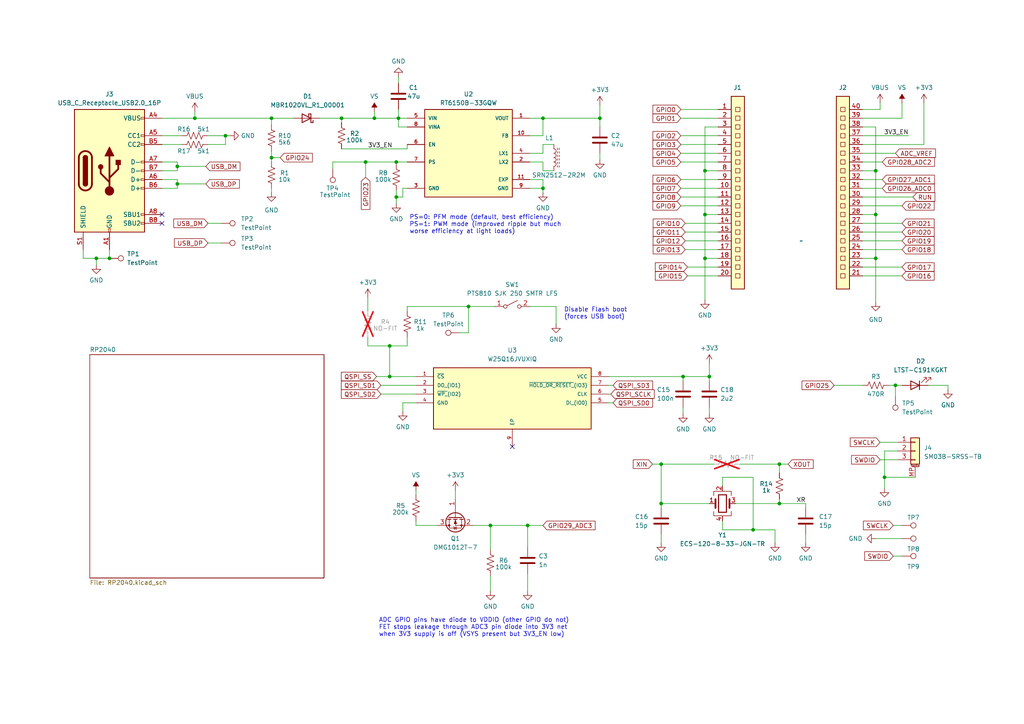
<source format=kicad_sch>
(kicad_sch (version 20231120) (generator "eeschema") (generator_version "8.0")
  (paper "A4")
  (title_block (title "project piCo") (date "2024-08-05") (rev "4") (company "Carlos Sabogal"))
  (lib_symbols
    (symbol "Connector:TestPoint" (pin_numbers hide) (pin_names (offset 0.762) hide)
      (property "Reference" "TP" (at 0 6.858 0))
      (property "Value" "TestPoint" (at 0 5.08 0))
      (symbol "TestPoint_1_1"
        (pin passive line (at 0 0 90) (length 2.54) (name "1") (number "1"))
      )
    )
    (symbol "Connector:USB_C_Receptacle_USB2.0_16P" (pin_names (offset 1.016))
      (property "Reference" "J" (at 0 22.225 0))
      (property "Value" "USB_C_Receptacle_USB2.0_16P" (at 0 19.685 0))
      (symbol "USB_C_Receptacle_USB2.0_16P_1_1"
        (pin passive line (at 0 -22.86 90) (length 5.08) (name "GND") (number "A1"))
        (pin passive line (at 0 -22.86 90) (length 5.08) hide (name "GND") (number "A12"))
        (pin passive line (at 15.24 15.24 180) (length 5.08) (name "VBUS") (number "A4"))
        (pin bidirectional line (at 15.24 10.16 180) (length 5.08) (name "CC1") (number "A5"))
        (pin bidirectional line (at 15.24 -2.54 180) (length 5.08) (name "D+") (number "A6"))
        (pin bidirectional line (at 15.24 2.54 180) (length 5.08) (name "D-") (number "A7"))
        (pin bidirectional line (at 15.24 -12.7 180) (length 5.08) (name "SBU1") (number "A8"))
        (pin passive line (at 15.24 15.24 180) (length 5.08) hide (name "VBUS") (number "A9"))
        (pin passive line (at 0 -22.86 90) (length 5.08) hide (name "GND") (number "B1"))
        (pin passive line (at 0 -22.86 90) (length 5.08) hide (name "GND") (number "B12"))
        (pin passive line (at 15.24 15.24 180) (length 5.08) hide (name "VBUS") (number "B4"))
        (pin bidirectional line (at 15.24 7.62 180) (length 5.08) (name "CC2") (number "B5"))
        (pin bidirectional line (at 15.24 -5.08 180) (length 5.08) (name "D+") (number "B6"))
        (pin bidirectional line (at 15.24 0 180) (length 5.08) (name "D-") (number "B7"))
        (pin bidirectional line (at 15.24 -15.24 180) (length 5.08) (name "SBU2") (number "B8"))
        (pin passive line (at 15.24 15.24 180) (length 5.08) hide (name "VBUS") (number "B9"))
        (pin passive line (at -7.62 -22.86 90) (length 5.08) (name "SHIELD") (number "S1"))
      )
    )
    (symbol "Connector_Generic_MountingPin:Conn_01x03_MountingPin" (pin_names (offset 1.016) hide)
      (property "Reference" "J" (at 0 5.08 0))
      (property "Value" "Conn_01x03_MountingPin" (at 1.27 -5.08 0))
      (symbol "Conn_01x03_MountingPin_1_1"
        (text "Mounting" (at 0 -4.191 0) (effects (font (size 0.381 0.381))))
        (pin passive line (at -5.08 2.54 0) (length 3.81) (name "Pin_1") (number "1"))
        (pin passive line (at -5.08 0 0) (length 3.81) (name "Pin_2") (number "2"))
        (pin passive line (at -5.08 -2.54 0) (length 3.81) (name "Pin_3") (number "3"))
        (pin passive line (at 0 -7.62 90) (length 3.048) (name "MountPin") (number "MP"))
      )
    )
    (symbol "Device:C" (pin_numbers hide) (pin_names (offset 0.254))
      (property "Reference" "C" (at 0.635 2.54 0))
      (property "Value" "C" (at 0.635 -2.54 0))
      (symbol "C_1_1"
        (pin passive line (at 0 3.81 270) (length 2.794) (name "~") (number "1"))
        (pin passive line (at 0 -3.81 90) (length 2.794) (name "~") (number "2"))
      )
    )
    (symbol "Device:Crystal_GND24" (pin_names (offset 1.016) hide)
      (property "Reference" "Y" (at 3.175 5.08 0))
      (property "Value" "Crystal_GND24" (at 3.175 3.175 0))
      (symbol "Crystal_GND24_1_1"
        (pin passive line (at -3.81 0 0) (length 1.27) (name "1") (number "1"))
        (pin passive line (at 0 5.08 270) (length 1.27) (name "2") (number "2"))
        (pin passive line (at 3.81 0 180) (length 1.27) (name "3") (number "3"))
        (pin passive line (at 0 -5.08 90) (length 1.27) (name "4") (number "4"))
      )
    )
    (symbol "Device:D_Schottky" (pin_numbers hide) (pin_names (offset 1.016) hide)
      (property "Reference" "D" (at 0 2.54 0))
      (property "Value" "D_Schottky" (at 0 -2.54 0))
      (symbol "D_Schottky_1_1"
        (pin passive line (at -3.81 0 0) (length 2.54) (name "K") (number "1"))
        (pin passive line (at 3.81 0 180) (length 2.54) (name "A") (number "2"))
      )
    )
    (symbol "Device:LED" (pin_numbers hide) (pin_names (offset 1.016) hide)
      (property "Reference" "D" (at 0 2.54 0))
      (property "Value" "LED" (at 0 -2.54 0))
      (symbol "LED_1_1"
        (pin passive line (at -3.81 0 0) (length 2.54) (name "K") (number "1"))
        (pin passive line (at 3.81 0 180) (length 2.54) (name "A") (number "2"))
      )
    )
    (symbol "Device:L_Ferrite" (pin_numbers hide) (pin_names (offset 1.016) hide)
      (property "Reference" "L" (at -1.27 0 90))
      (property "Value" "L_Ferrite" (at 2.794 0 90))
      (symbol "L_Ferrite_1_1"
        (pin passive line (at 0 3.81 270) (length 1.27) (name "1") (number "1"))
        (pin passive line (at 0 -3.81 90) (length 1.27) (name "2") (number "2"))
      )
    )
    (symbol "Device:Q_NMOS_GSD" (pin_names (offset 0) hide)
      (property "Reference" "Q" (at 5.08 1.27 0))
      (property "Value" "Q_NMOS_GSD" (at 5.08 -1.27 0))
      (symbol "Q_NMOS_GSD_1_1"
        (pin input line (at -5.08 0 0) (length 2.54) (name "G") (number "1"))
        (pin passive line (at 2.54 -5.08 90) (length 2.54) (name "S") (number "2"))
        (pin passive line (at 2.54 5.08 270) (length 2.54) (name "D") (number "3"))
      )
    )
    (symbol "Device:R_US" (pin_numbers hide) (pin_names (offset 0))
      (property "Reference" "R" (at 2.54 0 90))
      (property "Value" "R_US" (at -2.54 0 90))
      (symbol "R_US_1_1"
        (pin passive line (at 0 3.81 270) (length 1.27) (name "~") (number "1"))
        (pin passive line (at 0 -3.81 90) (length 1.27) (name "~") (number "2"))
      )
    )
    (symbol "GND_1" (power) (pin_numbers hide) (pin_names (offset 0) hide)
      (property "Value" "GND" (at 0 -3.81 0))
      (symbol "GND_1_1_1"
        (pin power_in line (at 0 0 270) (length 0) (name "~") (number "1"))
      )
    )
    (symbol "Pico_C:CON_PICO_1-20"
      (property "Reference" "J" (at -13.97 29.21 0))
      (symbol "CON_PICO_1-20_1_1"
        (pin input line (at -20.32 22.86 0) (length 3.81) (name "") (number "1"))
        (pin input line (at -20.32 0 0) (length 3.81) (name "") (number "10"))
        (pin input line (at -20.32 -2.54 0) (length 3.81) (name "") (number "11"))
        (pin input line (at -20.32 -5.08 0) (length 3.81) (name "") (number "12"))
        (pin input line (at -20.32 -7.62 0) (length 3.81) (name "") (number "13"))
        (pin input line (at -20.32 -10.16 0) (length 3.81) (name "") (number "14"))
        (pin input line (at -20.32 -12.7 0) (length 3.81) (name "") (number "15"))
        (pin input line (at -20.32 -15.24 0) (length 3.81) (name "") (number "16"))
        (pin input line (at -20.32 -17.78 0) (length 3.81) (name "") (number "17"))
        (pin input line (at -20.32 -20.32 0) (length 3.81) (name "") (number "18"))
        (pin input line (at -20.32 -22.86 0) (length 3.81) (name "") (number "19"))
        (pin input line (at -20.32 20.32 0) (length 3.81) (name "") (number "2"))
        (pin input line (at -20.32 -25.4 0) (length 3.81) (name "") (number "20"))
        (pin input line (at -20.32 17.78 0) (length 3.81) (name "") (number "3"))
        (pin input line (at -20.32 15.24 0) (length 3.81) (name "") (number "4"))
        (pin input line (at -20.32 12.7 0) (length 3.81) (name "") (number "5"))
        (pin input line (at -20.32 10.16 0) (length 3.81) (name "") (number "6"))
        (pin input line (at -20.32 7.62 0) (length 3.81) (name "") (number "7"))
        (pin input line (at -20.32 5.08 0) (length 3.81) (name "") (number "8"))
        (pin input line (at -20.32 2.54 0) (length 3.81) (name "") (number "9"))
      )
    )
    (symbol "Pico_C:CON_PICO_21-40"
      (property "Reference" "J" (at 13.97 29.21 0))
      (symbol "CON_PICO_21-40_1_1"
        (pin input line (at 21.59 -25.4 180) (length 3.81) (name "") (number "21"))
        (pin input line (at 21.59 -22.86 180) (length 3.81) (name "") (number "22"))
        (pin input line (at 21.59 -20.32 180) (length 3.81) (name "") (number "23"))
        (pin input line (at 21.59 -17.78 180) (length 3.81) (name "") (number "24"))
        (pin input line (at 21.59 -15.24 180) (length 3.81) (name "") (number "25"))
        (pin input line (at 21.59 -12.7 180) (length 3.81) (name "") (number "26"))
        (pin input line (at 21.59 -10.16 180) (length 3.81) (name "") (number "27"))
        (pin input line (at 21.59 -7.62 180) (length 3.81) (name "") (number "28"))
        (pin input line (at 21.59 -5.08 180) (length 3.81) (name "") (number "29"))
        (pin input line (at 21.59 -2.54 180) (length 3.81) (name "") (number "30"))
        (pin input line (at 21.59 0 180) (length 3.81) (name "") (number "31"))
        (pin input line (at 21.59 2.54 180) (length 3.81) (name "") (number "32"))
        (pin input line (at 21.59 5.08 180) (length 3.81) (name "") (number "33"))
        (pin input line (at 21.59 7.62 180) (length 3.81) (name "") (number "34"))
        (pin input line (at 21.59 10.16 180) (length 3.81) (name "") (number "35"))
        (pin input line (at 21.59 12.7 180) (length 3.81) (name "") (number "36"))
        (pin input line (at 21.59 15.24 180) (length 3.81) (name "") (number "37"))
        (pin input line (at 21.59 17.78 180) (length 3.81) (name "") (number "38"))
        (pin input line (at 21.59 20.32 180) (length 3.81) (name "") (number "39"))
        (pin input line (at 21.59 22.86 180) (length 3.81) (name "") (number "40"))
      )
    )
    (symbol "Pico_C:RT6150B-33GQW" (pin_names (offset 1.016))
      (property "Reference" "U" (at -12.7 13.208 0))
      (property "Value" "RT6150B-33GQW" (at -12.7 -15.24 0))
      (symbol "RT6150B-33GQW_0_0"
        (pin output line (at 17.78 10.16 180) (length 5.08) (name "VOUT") (number "1"))
        (pin input line (at 17.78 5.08 180) (length 5.08) (name "FB") (number "10"))
        (pin power_in line (at 17.78 -7.62 180) (length 5.08) (name "EXP") (number "11"))
        (pin passive line (at 17.78 -2.54 180) (length 5.08) (name "LX2") (number "2"))
        (pin power_in line (at -17.78 -10.16 0) (length 5.08) (name "GND") (number "3"))
        (pin passive line (at 17.78 0 180) (length 5.08) (name "LX1") (number "4"))
        (pin input line (at -17.78 10.16 0) (length 5.08) (name "VIN") (number "5"))
        (pin input line (at -17.78 2.54 0) (length 5.08) (name "EN") (number "6"))
        (pin input line (at -17.78 -2.54 0) (length 5.08) (name "PS") (number "7"))
        (pin input line (at -17.78 7.62 0) (length 5.08) (name "VINA") (number "8"))
        (pin power_in line (at 17.78 -10.16 180) (length 5.08) (name "GND") (number "9"))
      )
    )
    (symbol "Pico_C:W25Q16JVUXIQ" (pin_names (offset 1.016))
      (property "Reference" "U" (at 52.07 7.62 0))
      (property "Value" "W25Q16JVUXIQ" (at 52.07 5.08 0))
      (symbol "W25Q16JVUXIQ_0_0"
        (pin bidirectional line (at 0 0 0) (length 5.08) (name "~{CS}") (number "1"))
        (pin bidirectional line (at 0 -2.54 0) (length 5.08) (name "DO_(IO1)") (number "2"))
        (pin bidirectional line (at 0 -5.08 0) (length 5.08) (name "~{WP_}(IO2)") (number "3"))
        (pin bidirectional line (at 0 -7.62 0) (length 5.08) (name "GND") (number "4"))
        (pin bidirectional line (at 55.88 -7.62 180) (length 5.08) (name "DI_(IO0)") (number "5"))
        (pin bidirectional line (at 55.88 -5.08 180) (length 5.08) (name "CLK") (number "6"))
        (pin bidirectional line (at 55.88 -2.54 180) (length 5.08) (name "~{HOLD_OR_RESET_}(IO3)") (number "7"))
        (pin bidirectional line (at 55.88 0 180) (length 5.08) (name "VCC") (number "8"))
        (pin bidirectional line (at 27.94 -20.32 90) (length 5.08) (name "EP") (number "9"))
      )
    )
    (symbol "Switch:SW_SPST" (pin_names (offset 0) hide)
      (property "Reference" "SW" (at 0 3.175 0))
      (property "Value" "SW_SPST" (at 0 -2.54 0))
      (symbol "SW_SPST_1_1"
        (pin passive line (at -5.08 0 0) (length 2.54) (name "A") (number "1"))
        (pin passive line (at 5.08 0 180) (length 2.54) (name "B") (number "2"))
      )
    )
    (symbol "power:+3V3" (power) (pin_names (offset 0))
      (property "Value" "+3V3" (at 0 3.556 0))
      (symbol "+3V3_1_1"
        (pin power_in line (at 0 0 90) (length 0) hide (name "+3V3") (number "1"))
      )
    )
    (symbol "power:GND" (power) (pin_names (offset 0))
      (property "Value" "GND" (at 0 -3.81 0))
      (symbol "GND_1_1"
        (pin power_in line (at 0 0 270) (length 0) hide (name "GND") (number "1"))
      )
    )
    (symbol "power:VBUS" (power) (pin_names (offset 0))
      (property "Value" "VBUS" (at 0 3.81 0))
      (symbol "VBUS_1_1"
        (pin power_in line (at 0 0 90) (length 0) hide (name "VBUS") (number "1"))
      )
    )
    (symbol "power:VS" (power) (pin_names (offset 0))
      (property "Value" "VS" (at 0 3.81 0))
      (symbol "VS_1_1"
        (pin power_in line (at 0 0 90) (length 0) hide (name "VS") (number "1"))
      )
    )
  )
  (junction (at 254 74.93))
  (junction (at 254 49.53))
  (junction (at 191.77 134.62))
  (junction (at 204.47 49.53))
  (junction (at 51.435 48.26))
  (junction (at 259.715 111.76))
  (junction (at 198.12 109.22))
  (junction (at 78.74 34.29))
  (junction (at 226.06 146.05))
  (junction (at 254 62.23))
  (junction (at 115.57 34.29))
  (junction (at 256.54 138.43))
  (junction (at 157.48 54.61))
  (junction (at 114.935 57.15))
  (junction (at 135.89 88.9))
  (junction (at 142.24 152.4))
  (junction (at 113.03 100.33))
  (junction (at 27.94 74.93))
  (junction (at 226.06 134.62))
  (junction (at 204.47 74.93))
  (junction (at 113.03 109.22))
  (junction (at 157.48 34.29))
  (junction (at 218.44 153.67))
  (junction (at 108.585 34.29))
  (junction (at 153.035 152.4))
  (junction (at 173.99 34.29))
  (junction (at 56.515 34.29))
  (junction (at 99.06 34.29))
  (junction (at 31.75 74.93))
  (junction (at 106.045 46.99))
  (junction (at 205.74 109.22))
  (junction (at 65.405 39.37))
  (junction (at 114.935 46.99))
  (junction (at 78.74 45.72))
  (junction (at 204.47 62.23))
  (junction (at 51.435 53.34))
  (junction (at 191.77 146.05))
  (no_connect (at 46.99 64.77))
  (no_connect (at 46.99 62.23))
  (no_connect (at 148.59 129.54))
  (wire (pts (xy 153.035 152.4) (xy 142.24 152.4)))
  (wire (pts (xy 96.52 46.99) (xy 96.52 48.895)))
  (wire (pts (xy 254 156.21) (xy 261.62 156.21)))
  (wire (pts (xy 250.19 67.31) (xy 261.62 67.31)))
  (wire (pts (xy 110.49 111.76) (xy 120.65 111.76)))
  (wire (pts (xy 198.12 120.015) (xy 198.12 118.11)))
  (wire (pts (xy 250.19 41.91) (xy 267.97 41.91)))
  (wire (pts (xy 132.08 144.78) (xy 132.08 142.24)))
  (wire (pts (xy 114.935 46.99) (xy 118.11 46.99)))
  (wire (pts (xy 51.435 54.61) (xy 46.99 54.61)))
  (wire (pts (xy 255.905 54.61) (xy 250.19 54.61)))
  (wire (pts (xy 250.19 62.23) (xy 254 62.23)))
  (wire (pts (xy 157.48 152.4) (xy 153.035 152.4)))
  (wire (pts (xy 197.485 31.75) (xy 208.28 31.75)))
  (wire (pts (xy 106.045 51.435) (xy 106.045 46.99)))
  (wire (pts (xy 51.435 54.61) (xy 51.435 53.34)))
  (wire (pts (xy 191.77 154.94) (xy 191.77 157.48)))
  (wire (pts (xy 250.19 77.47) (xy 261.62 77.47)))
  (wire (pts (xy 78.74 36.195) (xy 78.74 34.29)))
  (wire (pts (xy 254 62.23) (xy 254 74.93)))
  (wire (pts (xy 24.13 74.93) (xy 27.94 74.93)))
  (wire (pts (xy 110.49 114.3) (xy 120.65 114.3)))
  (wire (pts (xy 256.54 138.43) (xy 265.43 138.43)))
  (wire (pts (xy 259.715 114.935) (xy 259.715 111.76)))
  (wire (pts (xy 51.435 52.07) (xy 51.435 53.34)))
  (wire (pts (xy 99.06 43.18) (xy 118.11 43.18)))
  (wire (pts (xy 157.48 49.53) (xy 157.48 46.99)))
  (wire (pts (xy 157.48 54.61) (xy 153.67 54.61)))
  (wire (pts (xy 199.39 80.01) (xy 208.28 80.01)))
  (wire (pts (xy 27.94 74.93) (xy 31.75 74.93)))
  (wire (pts (xy 115.57 36.83) (xy 118.11 36.83)))
  (wire (pts (xy 157.48 41.91) (xy 160.655 41.91)))
  (wire (pts (xy 106.68 86.36) (xy 106.68 90.17)))
  (wire (pts (xy 108.585 34.29) (xy 115.57 34.29)))
  (wire (pts (xy 157.48 46.99) (xy 153.67 46.99)))
  (wire (pts (xy 226.06 134.62) (xy 226.06 137.16)))
  (wire (pts (xy 116.84 57.15) (xy 114.935 57.15)))
  (wire (pts (xy 120.65 152.4) (xy 127 152.4)))
  (wire (pts (xy 173.99 34.29) (xy 173.99 36.83)))
  (wire (pts (xy 205.74 105.41) (xy 205.74 109.22)))
  (wire (pts (xy 254 49.53) (xy 254 62.23)))
  (wire (pts (xy 109.22 109.22) (xy 113.03 109.22)))
  (wire (pts (xy 118.11 88.9) (xy 135.89 88.9)))
  (wire (pts (xy 226.06 146.05) (xy 233.68 146.05)))
  (wire (pts (xy 120.65 142.24) (xy 120.65 143.51)))
  (wire (pts (xy 118.11 54.61) (xy 116.84 54.61)))
  (wire (pts (xy 177.165 114.3) (xy 176.53 114.3)))
  (wire (pts (xy 209.55 140.97) (xy 209.55 138.43)))
  (wire (pts (xy 199.39 77.47) (xy 208.28 77.47)))
  (wire (pts (xy 261.62 152.4) (xy 259.08 152.4)))
  (wire (pts (xy 260.35 130.81) (xy 256.54 130.81)))
  (wire (pts (xy 250.19 72.39) (xy 261.62 72.39)))
  (wire (pts (xy 46.99 41.91) (xy 52.705 41.91)))
  (wire (pts (xy 197.485 44.45) (xy 208.28 44.45)))
  (wire (pts (xy 226.06 144.78) (xy 226.06 146.05)))
  (wire (pts (xy 173.99 30.48) (xy 173.99 34.29)))
  (wire (pts (xy 191.77 146.05) (xy 191.77 147.32)))
  (wire (pts (xy 191.77 134.62) (xy 207.01 134.62)))
  (wire (pts (xy 161.29 88.9) (xy 161.29 93.98)))
  (wire (pts (xy 204.47 49.53) (xy 204.47 62.23)))
  (wire (pts (xy 256.54 138.43) (xy 256.54 141.605)))
  (wire (pts (xy 250.19 57.15) (xy 264.795 57.15)))
  (wire (pts (xy 267.97 41.91) (xy 267.97 29.845)))
  (wire (pts (xy 157.48 52.07) (xy 157.48 54.61)))
  (wire (pts (xy 120.65 151.13) (xy 120.65 152.4)))
  (wire (pts (xy 218.44 138.43) (xy 218.44 153.67)))
  (wire (pts (xy 115.57 34.29) (xy 115.57 31.75)))
  (wire (pts (xy 204.47 62.23) (xy 204.47 74.93)))
  (wire (pts (xy 160.655 49.53) (xy 157.48 49.53)))
  (wire (pts (xy 177.8 116.84) (xy 176.53 116.84)))
  (wire (pts (xy 250.19 59.69) (xy 261.62 59.69)))
  (wire (pts (xy 254 36.83) (xy 254 49.53)))
  (wire (pts (xy 64.135 70.485) (xy 60.325 70.485)))
  (wire (pts (xy 99.06 34.29) (xy 108.585 34.29)))
  (wire (pts (xy 24.13 72.39) (xy 24.13 74.93)))
  (wire (pts (xy 157.48 34.29) (xy 157.48 39.37)))
  (wire (pts (xy 197.485 34.29) (xy 208.28 34.29)))
  (wire (pts (xy 197.485 57.15) (xy 208.28 57.15)))
  (wire (pts (xy 208.28 74.93) (xy 204.47 74.93)))
  (wire (pts (xy 59.69 48.26) (xy 51.435 48.26)))
  (wire (pts (xy 250.19 69.85) (xy 261.62 69.85)))
  (wire (pts (xy 226.06 134.62) (xy 228.6 134.62)))
  (wire (pts (xy 46.99 34.29) (xy 56.515 34.29)))
  (wire (pts (xy 142.24 152.4) (xy 142.24 159.385)))
  (wire (pts (xy 64.135 64.77) (xy 60.325 64.77)))
  (wire (pts (xy 157.48 34.29) (xy 173.99 34.29)))
  (wire (pts (xy 118.11 43.18) (xy 118.11 41.91)))
  (wire (pts (xy 78.74 55.88) (xy 78.74 54.61)))
  (wire (pts (xy 27.94 76.835) (xy 27.94 74.93)))
  (wire (pts (xy 250.19 34.29) (xy 261.62 34.29)))
  (wire (pts (xy 224.79 153.67) (xy 224.79 157.48)))
  (wire (pts (xy 197.485 54.61) (xy 208.28 54.61)))
  (wire (pts (xy 198.755 67.31) (xy 208.28 67.31)))
  (wire (pts (xy 153.035 158.75) (xy 153.035 152.4)))
  (wire (pts (xy 205.74 120.015) (xy 205.74 118.11)))
  (wire (pts (xy 118.11 100.33) (xy 118.11 97.79)))
  (wire (pts (xy 114.935 46.99) (xy 114.935 47.625)))
  (wire (pts (xy 197.485 59.69) (xy 208.28 59.69)))
  (wire (pts (xy 46.99 39.37) (xy 52.705 39.37)))
  (wire (pts (xy 114.935 55.245) (xy 114.935 57.15)))
  (wire (pts (xy 118.11 88.9) (xy 118.11 90.17)))
  (wire (pts (xy 198.12 109.22) (xy 198.12 110.49)))
  (wire (pts (xy 263.525 39.37) (xy 250.19 39.37)))
  (wire (pts (xy 261.62 161.29) (xy 259.08 161.29)))
  (wire (pts (xy 250.19 31.75) (xy 255.27 31.75)))
  (wire (pts (xy 197.485 39.37) (xy 208.28 39.37)))
  (wire (pts (xy 209.55 138.43) (xy 218.44 138.43)))
  (wire (pts (xy 250.19 36.83) (xy 254 36.83)))
  (wire (pts (xy 115.57 34.29) (xy 118.11 34.29)))
  (wire (pts (xy 31.75 74.93) (xy 31.75 72.39)))
  (wire (pts (xy 250.19 64.77) (xy 261.62 64.77)))
  (wire (pts (xy 157.48 55.88) (xy 157.48 54.61)))
  (wire (pts (xy 233.68 157.48) (xy 233.68 154.94)))
  (wire (pts (xy 197.485 41.91) (xy 208.28 41.91)))
  (wire (pts (xy 209.55 153.67) (xy 209.55 151.13)))
  (wire (pts (xy 226.06 134.62) (xy 214.63 134.62)))
  (wire (pts (xy 259.715 111.76) (xy 261.62 111.76)))
  (wire (pts (xy 142.24 152.4) (xy 137.16 152.4)))
  (wire (pts (xy 81.28 45.72) (xy 78.74 45.72)))
  (wire (pts (xy 153.67 88.9) (xy 161.29 88.9)))
  (wire (pts (xy 153.67 39.37) (xy 157.48 39.37)))
  (wire (pts (xy 213.36 146.05) (xy 226.06 146.05)))
  (wire (pts (xy 208.28 62.23) (xy 204.47 62.23)))
  (wire (pts (xy 106.045 46.99) (xy 114.935 46.99)))
  (wire (pts (xy 191.77 134.62) (xy 191.77 146.05)))
  (wire (pts (xy 113.03 100.33) (xy 113.03 109.22)))
  (wire (pts (xy 259.715 44.45) (xy 250.19 44.45)))
  (wire (pts (xy 208.28 36.83) (xy 204.47 36.83)))
  (wire (pts (xy 218.44 153.67) (xy 224.79 153.67)))
  (wire (pts (xy 250.19 74.93) (xy 254 74.93)))
  (wire (pts (xy 255.27 133.35) (xy 260.35 133.35)))
  (wire (pts (xy 189.23 134.62) (xy 191.77 134.62)))
  (wire (pts (xy 56.515 34.29) (xy 78.74 34.29)))
  (wire (pts (xy 106.68 100.33) (xy 113.03 100.33)))
  (wire (pts (xy 116.84 116.84) (xy 120.65 116.84)))
  (wire (pts (xy 153.67 34.29) (xy 157.48 34.29)))
  (wire (pts (xy 92.71 34.29) (xy 99.06 34.29)))
  (wire (pts (xy 108.585 32.385) (xy 108.585 34.29)))
  (wire (pts (xy 51.435 46.99) (xy 51.435 48.26)))
  (wire (pts (xy 233.68 146.05) (xy 233.68 147.32)))
  (wire (pts (xy 198.12 109.22) (xy 205.74 109.22)))
  (wire (pts (xy 204.47 36.83) (xy 204.47 49.53)))
  (wire (pts (xy 255.905 46.99) (xy 250.19 46.99)))
  (wire (pts (xy 198.755 72.39) (xy 208.28 72.39)))
  (wire (pts (xy 135.89 88.9) (xy 135.89 96.52)))
  (wire (pts (xy 113.03 109.22) (xy 120.65 109.22)))
  (wire (pts (xy 191.77 146.05) (xy 205.74 146.05)))
  (wire (pts (xy 256.54 130.81) (xy 256.54 138.43)))
  (wire (pts (xy 255.27 29.845) (xy 255.27 31.75)))
  (wire (pts (xy 274.955 111.76) (xy 274.955 113.03)))
  (wire (pts (xy 115.57 22.225) (xy 115.57 24.13)))
  (wire (pts (xy 56.515 32.385) (xy 56.515 34.29)))
  (wire (pts (xy 173.99 46.355) (xy 173.99 44.45)))
  (wire (pts (xy 255.27 128.27) (xy 260.35 128.27)))
  (wire (pts (xy 135.89 88.9) (xy 143.51 88.9)))
  (wire (pts (xy 96.52 46.99) (xy 106.045 46.99)))
  (wire (pts (xy 46.99 52.07) (xy 51.435 52.07)))
  (wire (pts (xy 66.675 39.37) (xy 65.405 39.37)))
  (wire (pts (xy 177.8 111.76) (xy 176.53 111.76)))
  (wire (pts (xy 78.74 34.29) (xy 85.09 34.29)))
  (wire (pts (xy 255.905 52.07) (xy 250.19 52.07)))
  (wire (pts (xy 65.405 39.37) (xy 65.405 41.91)))
  (wire (pts (xy 135.89 96.52) (xy 133.35 96.52)))
  (wire (pts (xy 78.74 45.72) (xy 78.74 46.99)))
  (wire (pts (xy 261.62 29.845) (xy 261.62 34.29)))
  (wire (pts (xy 46.99 46.99) (xy 51.435 46.99)))
  (wire (pts (xy 65.405 41.91) (xy 60.325 41.91)))
  (wire (pts (xy 106.68 97.79) (xy 106.68 100.33)))
  (wire (pts (xy 198.755 64.77) (xy 208.28 64.77)))
  (wire (pts (xy 250.19 49.53) (xy 254 49.53)))
  (wire (pts (xy 113.03 100.33) (xy 118.11 100.33)))
  (wire (pts (xy 205.74 110.49) (xy 205.74 109.22)))
  (wire (pts (xy 115.57 34.29) (xy 115.57 36.83)))
  (wire (pts (xy 153.67 44.45) (xy 157.48 44.45)))
  (wire (pts (xy 254 74.93) (xy 254 87.63)))
  (wire (pts (xy 116.84 54.61) (xy 116.84 57.15)))
  (wire (pts (xy 198.755 69.85) (xy 208.28 69.85)))
  (wire (pts (xy 204.47 86.995) (xy 204.47 74.93)))
  (wire (pts (xy 78.74 43.815) (xy 78.74 45.72)))
  (wire (pts (xy 157.48 44.45) (xy 157.48 41.91)))
  (wire (pts (xy 153.67 52.07) (xy 157.48 52.07)))
  (wire (pts (xy 51.435 48.26) (xy 51.435 49.53)))
  (wire (pts (xy 197.485 46.99) (xy 208.28 46.99)))
  (wire (pts (xy 114.935 57.15) (xy 114.935 59.055)))
  (wire (pts (xy 204.47 49.53) (xy 208.28 49.53)))
  (wire (pts (xy 269.24 111.76) (xy 274.955 111.76)))
  (wire (pts (xy 241.935 111.76) (xy 250.19 111.76)))
  (wire (pts (xy 257.81 111.76) (xy 259.715 111.76)))
  (wire (pts (xy 153.035 166.37) (xy 153.035 171.45)))
  (wire (pts (xy 176.53 109.22) (xy 198.12 109.22)))
  (wire (pts (xy 99.06 34.29) (xy 99.06 35.56)))
  (wire (pts (xy 59.69 53.34) (xy 51.435 53.34)))
  (wire (pts (xy 60.325 39.37) (xy 65.405 39.37)))
  (wire (pts (xy 209.55 153.67) (xy 218.44 153.67)))
  (wire (pts (xy 250.19 80.01) (xy 261.62 80.01)))
  (wire (pts (xy 142.24 167.005) (xy 142.24 171.45)))
  (wire (pts (xy 197.485 52.07) (xy 208.28 52.07)))
  (wire (pts (xy 51.435 49.53) (xy 46.99 49.53)))
  (wire (pts (xy 116.84 119.38) (xy 116.84 116.84)))
  (text "PS=0: PFM mode (default, best efficiency)\nPS=1: PWM mode (improved ripple but much\nworse efficiency at light loads)" (at 118.745 67.945 0) (effects (font (size 1.27 1.27)) (justify left bottom)))
  (text "ADC GPIO pins have diode to VDDIO (other GPIO do not)\nFET stops leakage through ADC3 pin diode into 3V3 net\nwhen 3V3 supply is off (VSYS present but 3V3_EN low)" (at 109.855 184.785 0) (effects (font (size 1.27 1.27)) (justify left bottom)))
  (text "Disable Flash boot\n(forces USB boot)" (at 163.576 92.71 0) (effects (font (size 1.27 1.27)) (justify left bottom)))
  (label "XR" (at 233.68 146.05 180))
  (label "3V3_EN" (at 106.68 43.18 0))
  (label "3V3_EN" (at 263.525 39.37 180))
  (global_label "GPIO11" (shape input) (at 198.755 67.31 180) (property "Intersheetrefs" "${INTERSHEET_REFS}" (effects (hide yes))))
  (global_label "SWCLK" (shape input) (at 255.27 128.27 180) (property "Intersheetrefs" "${INTERSHEET_REFS}" (effects (hide yes))))
  (global_label "QSPI_SD1" (shape input) (at 110.49 111.76 180) (property "Intersheetrefs" "${INTERSHEET_REFS}" (effects (hide yes))))
  (global_label "GPIO8" (shape input) (at 197.485 57.15 180) (property "Intersheetrefs" "${INTERSHEET_REFS}" (effects (hide yes))))
  (global_label "GPIO7" (shape input) (at 197.485 54.61 180) (property "Intersheetrefs" "${INTERSHEET_REFS}" (effects (hide yes))))
  (global_label "GPIO12" (shape input) (at 198.755 69.85 180) (property "Intersheetrefs" "${INTERSHEET_REFS}" (effects (hide yes))))
  (global_label "USB_DM" (shape input) (at 60.325 64.77 180) (property "Intersheetrefs" "${INTERSHEET_REFS}" (effects (hide yes))))
  (global_label "XOUT" (shape input) (at 228.6 134.62 0) (property "Intersheetrefs" "${INTERSHEET_REFS}" (effects (hide yes))))
  (global_label "SWDIO" (shape input) (at 255.27 133.35 180) (property "Intersheetrefs" "${INTERSHEET_REFS}" (effects (hide yes))))
  (global_label "RUN" (shape input) (at 264.795 57.15 0) (property "Intersheetrefs" "${INTERSHEET_REFS}" (effects (hide yes))))
  (global_label "QSPI_SCLK" (shape input) (at 177.165 114.3 0) (property "Intersheetrefs" "${INTERSHEET_REFS}" (effects (hide yes))))
  (global_label "USB_DM" (shape input) (at 59.69 48.26 0) (property "Intersheetrefs" "${INTERSHEET_REFS}" (effects (hide yes))))
  (global_label "USB_DP" (shape input) (at 59.69 53.34 0) (property "Intersheetrefs" "${INTERSHEET_REFS}" (effects (hide yes))))
  (global_label "GPIO13" (shape input) (at 198.755 72.39 180) (property "Intersheetrefs" "${INTERSHEET_REFS}" (effects (hide yes))))
  (global_label "GPIO2" (shape input) (at 197.485 39.37 180) (property "Intersheetrefs" "${INTERSHEET_REFS}" (effects (hide yes))))
  (global_label "SWDIO" (shape input) (at 259.08 161.29 180) (property "Intersheetrefs" "${INTERSHEET_REFS}" (effects (hide yes))))
  (global_label "SWCLK" (shape input) (at 259.08 152.4 180) (property "Intersheetrefs" "${INTERSHEET_REFS}" (effects (hide yes))))
  (global_label "USB_DP" (shape input) (at 60.325 70.485 180) (property "Intersheetrefs" "${INTERSHEET_REFS}" (effects (hide yes))))
  (global_label "GPIO5" (shape input) (at 197.485 46.99 180) (property "Intersheetrefs" "${INTERSHEET_REFS}" (effects (hide yes))))
  (global_label "GPIO18" (shape input) (at 261.62 72.39 0) (property "Intersheetrefs" "${INTERSHEET_REFS}" (effects (hide yes))))
  (global_label "QSPI_SD2" (shape input) (at 110.49 114.3 180) (property "Intersheetrefs" "${INTERSHEET_REFS}" (effects (hide yes))))
  (global_label "GPIO27_ADC1" (shape input) (at 255.905 52.07 0) (property "Intersheetrefs" "${INTERSHEET_REFS}" (effects (hide yes))))
  (global_label "GPIO14" (shape input) (at 199.39 77.47 180) (property "Intersheetrefs" "${INTERSHEET_REFS}" (effects (hide yes))))
  (global_label "GPIO3" (shape input) (at 197.485 41.91 180) (property "Intersheetrefs" "${INTERSHEET_REFS}" (effects (hide yes))))
  (global_label "GPIO23" (shape input) (at 106.045 51.435 270) (property "Intersheetrefs" "${INTERSHEET_REFS}" (effects (hide yes))))
  (global_label "GPIO16" (shape input) (at 261.62 80.01 0) (property "Intersheetrefs" "${INTERSHEET_REFS}" (effects (hide yes))))
  (global_label "GPIO29_ADC3" (shape input) (at 157.48 152.4 0) (property "Intersheetrefs" "${INTERSHEET_REFS}" (effects (hide yes))))
  (global_label "GPIO15" (shape input) (at 199.39 80.01 180) (property "Intersheetrefs" "${INTERSHEET_REFS}" (effects (hide yes))))
  (global_label "GPIO20" (shape input) (at 261.62 67.31 0) (property "Intersheetrefs" "${INTERSHEET_REFS}" (effects (hide yes))))
  (global_label "QSPI_SD3" (shape input) (at 177.8 111.76 0) (property "Intersheetrefs" "${INTERSHEET_REFS}" (effects (hide yes))))
  (global_label "ADC_VREF" (shape input) (at 259.715 44.45 0) (property "Intersheetrefs" "${INTERSHEET_REFS}" (effects (hide yes))))
  (global_label "GPIO21" (shape input) (at 261.62 64.77 0) (property "Intersheetrefs" "${INTERSHEET_REFS}" (effects (hide yes))))
  (global_label "QSPI_SD0" (shape input) (at 177.8 116.84 0) (property "Intersheetrefs" "${INTERSHEET_REFS}" (effects (hide yes))))
  (global_label "GPIO17" (shape input) (at 261.62 77.47 0) (property "Intersheetrefs" "${INTERSHEET_REFS}" (effects (hide yes))))
  (global_label "GPIO0" (shape input) (at 197.485 31.75 180) (property "Intersheetrefs" "${INTERSHEET_REFS}" (effects (hide yes))))
  (global_label "GPIO6" (shape input) (at 197.485 52.07 180) (property "Intersheetrefs" "${INTERSHEET_REFS}" (effects (hide yes))))
  (global_label "GPIO4" (shape input) (at 197.485 44.45 180) (property "Intersheetrefs" "${INTERSHEET_REFS}" (effects (hide yes))))
  (global_label "GPIO1" (shape input) (at 197.485 34.29 180) (property "Intersheetrefs" "${INTERSHEET_REFS}" (effects (hide yes))))
  (global_label "GPIO9" (shape input) (at 197.485 59.69 180) (property "Intersheetrefs" "${INTERSHEET_REFS}" (effects (hide yes))))
  (global_label "QSPI_SS" (shape input) (at 109.22 109.22 180) (property "Intersheetrefs" "${INTERSHEET_REFS}" (effects (hide yes))))
  (global_label "GPIO19" (shape input) (at 261.62 69.85 0) (property "Intersheetrefs" "${INTERSHEET_REFS}" (effects (hide yes))))
  (global_label "GPIO28_ADC2" (shape input) (at 255.905 46.99 0) (property "Intersheetrefs" "${INTERSHEET_REFS}" (effects (hide yes))))
  (global_label "GPIO10" (shape input) (at 198.755 64.77 180) (property "Intersheetrefs" "${INTERSHEET_REFS}" (effects (hide yes))))
  (global_label "GPIO25" (shape input) (at 241.935 111.76 180) (property "Intersheetrefs" "${INTERSHEET_REFS}" (effects (hide yes))))
  (global_label "XIN" (shape input) (at 189.23 134.62 180) (property "Intersheetrefs" "${INTERSHEET_REFS}" (effects (hide yes))))
  (global_label "GPIO22" (shape input) (at 261.62 59.69 0) (property "Intersheetrefs" "${INTERSHEET_REFS}" (effects (hide yes))))
  (global_label "GPIO26_ADC0" (shape input) (at 255.905 54.61 0) (property "Intersheetrefs" "${INTERSHEET_REFS}" (effects (hide yes))))
  (global_label "GPIO24" (shape input) (at 81.28 45.72 0) (property "Intersheetrefs" "${INTERSHEET_REFS}" (effects (hide yes))))
  (symbol (lib_id "power:VBUS") (at 255.27 29.845 0) (unit 1)
    (property "Reference" "#PWR023" (effects (hide yes)))
    (property "Value" "VBUS" (at 255.27 25.4 0))
  )
  (symbol (lib_id "Connector:TestPoint") (at 261.62 156.21 270) (unit 1)
    (property "Reference" "TP8" (at 264.922 159.258 90))
    (property "Value" "TestPoint" (effects (hide yes)))
    (property "Footprint" "TestPoint:TestPoint_Pad_1.5x1.5mm" (effects (hide yes)))
  )
  (symbol (lib_id "power:+3V3") (at 132.08 142.24 0) (unit 1)
    (property "Reference" "#PWR026" (effects (hide yes)))
    (property "Value" "+3V3" (at 132.08 137.795 0))
  )
  (symbol (lib_id "Device:R_US") (at 99.06 39.37 180) (unit 1)
    (property "Reference" "R2" (at 102.87 38.735 0))
    (property "Value" "100k" (at 102.87 40.64 0))
    (property "Footprint" "Resistor_SMD:R_0402_1005Metric" (effects (hide yes)))
  )
  (symbol (lib_id "power:GND") (at 205.74 120.015 0) (unit 1)
    (property "Reference" "#PWR016" (effects (hide yes)))
    (property "Value" "GND" (at 205.74 124.46 0))
  )
  (symbol (lib_id "Switch:SW_SPST") (at 148.59 88.9 0) (unit 1)
    (property "Reference" "SW1" (at 148.59 82.55 0))
    (property "Value" "PTS810 SJK 250 SMTR LFS" (at 148.59 85.09 0))
    (property "Footprint" "Button_Switch_SMD:SW_SPST_PTS810" (effects (hide yes)))
    (property "Datasheet" "https://www.ckswitches.com/media/1476/pts810.pdf" (effects (hide yes)))
    (property "Description" "Single Pole Single Throw (SPST) switch" (effects (hide yes)))
  )
  (symbol (lib_id "Device:C") (at 191.77 151.13 0) (unit 1)
    (property "Reference" "C16" (at 184.15 149.86 0) (effects (justify left)))
    (property "Value" "15p" (at 184.15 152.4 0) (effects (justify left)))
    (property "Footprint" "Capacitor_SMD:C_0201_0603Metric" (effects (hide yes)))
  )
  (symbol (lib_id "power:GND") (at 198.12 120.015 0) (unit 1)
    (property "Reference" "#PWR015" (effects (hide yes)))
    (property "Value" "GND" (at 198.12 124.46 0))
  )
  (symbol (lib_id "Device:R_US") (at 226.06 140.97 180) (unit 1)
    (property "Reference" "R14" (at 222.25 140.335 0))
    (property "Value" "1k" (at 222.25 142.24 0))
    (property "Footprint" "Resistor_SMD:R_0402_1005Metric" (effects (hide yes)))
  )
  (symbol (lib_id "Connector:TestPoint") (at 261.62 152.4 270) (unit 1)
    (property "Reference" "TP7" (at 264.922 150.114 90))
    (property "Value" "TestPoint" (effects (hide yes)))
    (property "Footprint" "TestPoint:TestPoint_Pad_1.5x1.5mm" (effects (hide yes)))
  )
  (symbol (lib_id "power:GND") (at 115.57 22.225 180) (unit 1)
    (property "Reference" "#PWR043" (effects (hide yes)))
    (property "Value" "GND" (at 115.57 17.78 0))
  )
  (symbol (lib_id "Pico_C:RT6150B-33GQW") (at 135.89 44.45 0) (unit 1)
    (property "Reference" "U2" (at 135.89 27.305 0))
    (property "Value" "RT6150B-33GQW" (at 135.89 29.845 0))
    (property "Footprint" "Package_DFN_QFN:DFN-10-1EP_2.6x2.6mm_P0.5mm_EP1.3x2.2mm" (effects (hide yes)))
    (property "Datasheet" "https://www.richtek.com/assets/product_file/RT6150A=RT6150B/DS6150AB-04.pdf" (effects (hide yes)))
  )
  (symbol (lib_id "Connector:USB_C_Receptacle_USB2.0_16P") (at 31.75 49.53 0) (unit 1)
    (property "Reference" "J3" (at 31.75 27.305 0))
    (property "Value" "USB_C_Receptacle_USB2.0_16P" (at 31.75 29.845 0))
    (property "Footprint" "Connector_USB:USB_C_Receptacle_GCT_USB4105-xx-A_16P_TopMnt_Horizontal" (effects (hide yes)))
    (property "Datasheet" "https://www.usb.org/sites/default/files/documents/usb_type-c.zip" (effects (hide yes)))
  )
  (symbol (lib_id "Device:R_US") (at 78.74 50.8 180) (unit 1)
    (property "Reference" "R1" (at 82.55 50.165 0))
    (property "Value" "10k" (at 82.55 52.07 0))
    (property "Footprint" "Resistor_SMD:R_0402_1005Metric" (effects (hide yes)))
  )
  (symbol (lib_id "power:GND") (at 66.675 39.37 90) (unit 1)
    (property "Reference" "#PWR06" (effects (hide yes)))
    (property "Value" "GND" (at 69.85 39.37 90) (effects (justify right)))
  )
  (symbol (lib_id "Device:R_US") (at 56.515 39.37 90) (unit 1)
    (property "Reference" "R16" (at 53.34 37.465 90))
    (property "Value" "5k1" (at 59.055 37.465 90))
    (property "Footprint" "Resistor_SMD:R_0402_1005Metric" (effects (hide yes)))
  )
  (symbol (lib_id "power:GND") (at 116.84 119.38 0) (unit 1)
    (property "Reference" "#PWR013" (effects (hide yes)))
    (property "Value" "GND" (at 116.84 123.825 0))
  )
  (symbol (lib_id "power:+3V3") (at 205.74 105.41 0) (unit 1)
    (property "Reference" "#PWR011" (effects (hide yes)))
    (property "Value" "+3V3" (at 205.74 100.965 0))
  )
  (symbol (lib_id "Device:R_US") (at 106.68 93.98 180) (unit 1) (dnp yes)
    (property "Reference" "R4" (at 111.76 93.345 0))
    (property "Value" "NO-FIT" (at 111.76 95.25 0))
    (property "Footprint" "Resistor_SMD:R_0402_1005Metric" (effects (hide yes)))
  )
  (symbol (lib_id "Device:R_US") (at 118.11 93.98 180) (unit 1)
    (property "Reference" "R11" (at 121.92 93.345 0))
    (property "Value" "1k" (at 121.92 95.25 0))
    (property "Footprint" "Resistor_SMD:R_0402_1005Metric" (effects (hide yes)))
  )
  (symbol (lib_id "Connector:TestPoint") (at 96.52 48.895 180) (unit 1)
    (property "Reference" "TP4" (at 94.615 54.61 0) (effects (justify right)))
    (property "Value" "TestPoint" (at 92.71 56.515 0) (effects (justify right)))
    (property "Footprint" "TestPoint:TestPoint_Pad_1.5x1.5mm" (effects (hide yes)))
  )
  (symbol (lib_id "power:VS") (at 120.65 142.24 0) (unit 1)
    (property "Reference" "#PWR024" (effects (hide yes)))
    (property "Value" "VS" (at 120.65 137.795 0))
  )
  (symbol (lib_id "Device:C") (at 205.74 114.3 0) (unit 1)
    (property "Reference" "C18" (at 208.915 113.03 0) (effects (justify left)))
    (property "Value" "2u2" (at 208.915 115.57 0) (effects (justify left)))
    (property "Footprint" "Capacitor_SMD:C_0402_1005Metric" (effects (hide yes)))
  )
  (symbol (lib_id "Pico_C:CON_PICO_1-20") (at 228.6 54.61 0) (unit 1)
    (property "Reference" "J1" (at 212.725 25.4 0) (effects (justify left)))
    (property "Value" "~" (at 232.41 69.85 0))
    (property "Footprint" "Pico_C:CON_PICO_1-20" (effects (hide yes)))
  )
  (symbol (lib_id "power:GND") (at 233.68 157.48 0) (unit 1)
    (property "Reference" "#PWR029" (effects (hide yes)))
    (property "Value" "GND" (at 233.68 161.925 0))
  )
  (symbol (lib_id "Device:C") (at 233.68 151.13 0) (unit 1)
    (property "Reference" "C17" (at 237.49 149.86 0) (effects (justify left)))
    (property "Value" "15p" (at 237.49 152.4 0) (effects (justify left)))
    (property "Footprint" "Capacitor_SMD:C_0201_0603Metric" (effects (hide yes)))
  )
  (symbol (lib_id "Pico_C:W25Q16JVUXIQ") (at 120.65 109.22 0) (unit 1)
    (property "Reference" "U3" (at 148.59 101.6 0))
    (property "Value" "W25Q16JVUXIQ" (at 148.59 104.14 0))
    (property "Footprint" "Pico_C:SON50P300X200X60-9N" (effects (hide yes)))
    (property "Datasheet" "https://www.winbond.com/resource-files/w25q16jv%20spi%20revh%2004082019%20plus.pdf" (effects (hide yes)))
  )
  (symbol (lib_id "Device:R_US") (at 120.65 147.32 180) (unit 1)
    (property "Reference" "R5" (at 116.205 146.685 0))
    (property "Value" "200k" (at 116.205 148.59 0))
    (property "Footprint" "Resistor_SMD:R_0402_1005Metric" (effects (hide yes)))
  )
  (symbol (lib_id "power:VBUS") (at 56.515 32.385 0) (unit 1)
    (property "Reference" "#PWR07" (effects (hide yes)))
    (property "Value" "VBUS" (at 56.515 27.94 0))
  )
  (symbol (lib_id "Device:C") (at 173.99 40.64 0) (unit 1)
    (property "Reference" "C2" (at 177.165 39.37 0) (effects (justify left)))
    (property "Value" "47u" (at 177.165 41.91 0) (effects (justify left)))
    (property "Footprint" "Capacitor_SMD:C_0805_2012Metric" (effects (hide yes)))
  )
  (symbol (lib_id "power:GND") (at 142.24 171.45 0) (unit 1)
    (property "Reference" "#PWR046" (effects (hide yes)))
    (property "Value" "GND" (at 142.24 175.895 0))
  )
  (symbol (lib_id "Device:R_US") (at 114.935 51.435 0) (unit 1)
    (property "Reference" "R8" (at 111.125 50.165 0))
    (property "Value" "100k" (at 111.125 52.07 0))
    (property "Footprint" "Resistor_SMD:R_0402_1005Metric" (effects (hide yes)))
  )
  (symbol (lib_id "Device:R_US") (at 210.82 134.62 90) (unit 1) (dnp yes)
    (property "Reference" "R15" (at 207.645 132.715 90))
    (property "Value" "NO-FIT" (at 215.265 132.715 90))
    (property "Footprint" "Resistor_SMD:R_0402_1005Metric" (effects (hide yes)))
  )
  (symbol (lib_id "power:GND") (at 157.48 55.88 0) (unit 1)
    (property "Reference" "#PWR017" (effects (hide yes)))
    (property "Value" "GND" (at 157.48 60.325 0))
  )
  (symbol (lib_id "Connector:TestPoint") (at 31.75 74.93 270) (unit 1)
    (property "Reference" "TP1" (at 36.83 73.66 90) (effects (justify left)))
    (property "Value" "TestPoint" (at 36.83 76.2 90) (effects (justify left)))
    (property "Footprint" "TestPoint:TestPoint_Pad_1.5x1.5mm" (effects (hide yes)))
  )
  (symbol (lib_id "Connector:TestPoint") (at 64.135 70.485 270) (unit 1)
    (property "Reference" "TP3" (at 69.85 69.215 90) (effects (justify left)))
    (property "Value" "TestPoint" (at 69.85 71.755 90) (effects (justify left)))
    (property "Footprint" "TestPoint:TestPoint_Pad_1.5x1.5mm" (effects (hide yes)))
  )
  (symbol (lib_id "power:GND") (at 161.29 93.98 0) (unit 1)
    (property "Reference" "#PWR014" (effects (hide yes)))
    (property "Value" "GND" (at 161.29 98.425 0))
  )
  (symbol (lib_id "Connector:TestPoint") (at 259.715 114.935 180) (unit 1)
    (property "Reference" "TP5" (at 261.62 116.967 0) (effects (justify right)))
    (property "Value" "TestPoint" (at 261.62 119.507 0) (effects (justify right)))
    (property "Footprint" "TestPoint:TestPoint_Pad_1.5x1.5mm" (effects (hide yes)))
  )
  (symbol (lib_id "Device:LED") (at 265.43 111.76 180) (unit 1)
    (property "Reference" "D2" (at 267.0175 104.775 0))
    (property "Value" "LTST-C191KGKT" (at 267.0175 107.315 0))
    (property "Footprint" "LED_SMD:LED_0603_1608Metric" (effects (hide yes)))
    (property "Datasheet" "https://optoelectronics.liteon.com/upload/download/DS22-2000-228/LTST-C191KGKT.PDF" (effects (hide yes)))
  )
  (symbol (lib_id "power:VS") (at 108.585 32.385 0) (unit 1)
    (property "Reference" "#PWR027" (effects (hide yes)))
    (property "Value" "VS" (at 108.585 27.94 0))
  )
  (symbol (lib_id "Device:R_US") (at 254 111.76 90) (unit 1)
    (property "Reference" "R3" (at 254 109.22 90))
    (property "Value" "470R" (at 254 114.3 90))
    (property "Footprint" "Resistor_SMD:R_0402_1005Metric" (effects (hide yes)))
  )
  (symbol (lib_id "Device:L_Ferrite") (at 160.655 45.72 0) (unit 1)
    (property "Reference" "L1" (at 158.115 40.005 0) (effects (justify left)))
    (property "Value" "SRN2512-2R2M" (at 154.305 50.8 0) (effects (justify left)))
    (property "Footprint" "Inductor_SMD:L_1008_2520Metric" (effects (hide yes)))
    (property "Datasheet" "https://www.bourns.com/docs/Product-Datasheets/SRN2512.pdf" (effects (hide yes)))
  )
  (symbol (lib_id "Device:R_US") (at 142.24 163.195 180) (unit 1)
    (property "Reference" "R6" (at 146.05 162.56 0))
    (property "Value" "100k" (at 146.05 164.465 0))
    (property "Footprint" "Resistor_SMD:R_0402_1005Metric" (effects (hide yes)))
  )
  (symbol (lib_id "Device:C") (at 153.035 162.56 0) (unit 1)
    (property "Reference" "C3" (at 156.21 161.29 0) (effects (justify left)))
    (property "Value" "1n" (at 156.21 163.83 0) (effects (justify left)))
    (property "Footprint" "Capacitor_SMD:C_0201_0603Metric" (effects (hide yes)))
  )
  (symbol (lib_id "Device:C") (at 115.57 27.94 180) (unit 1)
    (property "Reference" "C1" (at 121.285 25.4 0) (effects (justify left)))
    (property "Value" "47u" (at 121.92 27.94 0) (effects (justify left)))
    (property "Footprint" "Capacitor_SMD:C_0805_2012Metric" (effects (hide yes)))
  )
  (symbol (lib_name "GND_1") (lib_id "power:GND") (at 254 87.63 0) (unit 1)
    (property "Reference" "#PWR09" (effects (hide yes)))
    (property "Value" "GND" (at 254 92.71 0))
    (property "Description" "Power symbol creates a global label with name \"GND\" , ground" (effects (hide yes)))
  )
  (symbol (lib_id "power:GND") (at 254 156.21 270) (unit 1)
    (property "Reference" "#PWR021" (effects (hide yes)))
    (property "Value" "GND" (at 250.19 156.2099 90) (effects (justify right)))
  )
  (symbol (lib_id "Device:D_Schottky") (at 88.9 34.29 180) (unit 1)
    (property "Reference" "D1" (at 89.2175 27.94 0))
    (property "Value" "MBR1020VL_R1_00001" (at 89.2175 30.48 0))
    (property "Footprint" "Diode_SMD:D_SOD-123F" (effects (hide yes)))
    (property "Description" "Schottky diode" (effects (hide yes)))
  )
  (symbol (lib_id "Device:Crystal_GND24") (at 209.55 146.05 0) (unit 1)
    (property "Reference" "Y1" (at 209.55 155.194 0))
    (property "Value" "ECS-120-8-33-JGN-TR" (at 209.55 157.734 0))
    (property "Footprint" "Crystal:Crystal_SMD_SeikoEpson_FA238-4Pin_3.2x2.5mm" (effects (hide yes)))
    (property "Description" "Four pin crystal, GND on pins 2 and 4" (effects (hide yes)))
  )
  (symbol (lib_id "power:GND") (at 191.77 157.48 0) (unit 1)
    (property "Reference" "#PWR03" (effects (hide yes)))
    (property "Value" "GND" (at 191.77 161.925 0))
  )
  (symbol (lib_id "power:GND") (at 27.94 76.835 0) (unit 1)
    (property "Reference" "#PWR05" (effects (hide yes)))
    (property "Value" "GND" (at 27.94 81.28 0))
  )
  (symbol (lib_id "Connector_Generic_MountingPin:Conn_01x03_MountingPin") (at 265.43 130.81 0) (unit 1)
    (property "Reference" "J4" (at 267.97 129.8955 0) (effects (justify left)))
    (property "Value" "SM03B-SRSS-TB" (at 267.97 132.4355 0) (effects (justify left)))
    (property "Footprint" "Connector_JST:JST_SH_SM03B-SRSS-TB_1x03-1MP_P1.00mm_Horizontal" (effects (hide yes)))
    (property "Datasheet" "https://www.jst-mfg.com/product/pdf/eng/eSH.pdf" (effects (hide yes)))
    (property "Description" "Generic connectable mounting pin connector, single row, 01x03, script generated (kicad-library-utils/schlib/autogen/connector/)" (effects (hide yes)))
  )
  (symbol (lib_id "power:GND") (at 256.54 141.605 0) (unit 1)
    (property "Reference" "#PWR02" (effects (hide yes)))
    (property "Value" "GND" (at 256.54 146.05 0))
  )
  (symbol (lib_id "power:GND") (at 274.955 113.03 0) (unit 1)
    (property "Reference" "#PWR01" (effects (hide yes)))
    (property "Value" "GND" (at 274.955 117.475 0))
  )
  (symbol (lib_id "Device:R_US") (at 78.74 40.005 180) (unit 1)
    (property "Reference" "R10" (at 82.55 39.37 0))
    (property "Value" "5k6" (at 82.55 41.275 0))
    (property "Footprint" "Resistor_SMD:R_0402_1005Metric" (effects (hide yes)))
  )
  (symbol (lib_id "Connector:TestPoint") (at 64.135 64.77 270) (unit 1)
    (property "Reference" "TP2" (at 69.85 63.5 90) (effects (justify left)))
    (property "Value" "TestPoint" (at 69.85 66.04 90) (effects (justify left)))
    (property "Footprint" "TestPoint:TestPoint_Pad_1.5x1.5mm" (effects (hide yes)))
  )
  (symbol (lib_id "Device:Q_NMOS_GSD") (at 132.08 149.86 90) (mirror x) (unit 1)
    (property "Reference" "Q1" (at 132.08 156.21 90))
    (property "Value" "DMG1012T-7" (at 132.08 158.75 90))
    (property "Footprint" "Package_TO_SOT_SMD:SOT-523" (effects (hide yes)))
    (property "Datasheet" "https://www.diodes.com/assets/Datasheets/DMG1012T.pdf" (effects (hide yes)))
    (property "Description" "N-MOSFET transistor, gate/source/drain" (effects (hide yes)))
  )
  (symbol (lib_id "power:+3V3") (at 173.99 30.48 0) (unit 1)
    (property "Reference" "#PWR019" (effects (hide yes)))
    (property "Value" "+3V3" (at 173.99 26.035 0))
  )
  (symbol (lib_id "power:+3V3") (at 106.68 86.36 0) (unit 1)
    (property "Reference" "#PWR012" (effects (hide yes)))
    (property "Value" "+3V3" (at 106.68 81.915 0))
  )
  (symbol (lib_id "power:GND") (at 78.74 55.88 0) (unit 1)
    (property "Reference" "#PWR08" (effects (hide yes)))
    (property "Value" "GND" (at 78.74 60.96 0))
  )
  (symbol (lib_id "power:+3V3") (at 267.97 29.845 0) (unit 1)
    (property "Reference" "#PWR025" (effects (hide yes)))
    (property "Value" "+3V3" (at 267.97 25.4 0))
  )
  (symbol (lib_id "power:GND") (at 224.79 157.48 0) (unit 1)
    (property "Reference" "#PWR04" (effects (hide yes)))
    (property "Value" "GND" (at 224.79 161.925 0))
  )
  (symbol (lib_id "power:GND") (at 173.99 46.355 0) (unit 1)
    (property "Reference" "#PWR018" (effects (hide yes)))
    (property "Value" "GND" (at 173.99 50.8 0))
  )
  (symbol (lib_id "Pico_C:CON_PICO_21-40") (at 228.6 54.61 0) (unit 1)
    (property "Reference" "J2" (at 244.475 25.4 0))
    (property "Value" "~" (at 232.41 69.85 0))
    (property "Footprint" "Pico_C:CON_PICO_21-40" (effects (hide yes)))
  )
  (symbol (lib_id "power:VS") (at 261.62 29.845 0) (unit 1)
    (property "Reference" "#PWR047" (effects (hide yes)))
    (property "Value" "VS" (at 261.62 25.4 0))
  )
  (symbol (lib_id "Device:R_US") (at 56.515 41.91 90) (unit 1)
    (property "Reference" "R17" (at 53.34 43.815 90))
    (property "Value" "5k1" (at 59.055 43.815 90))
    (property "Footprint" "Resistor_SMD:R_0402_1005Metric" (effects (hide yes)))
  )
  (symbol (lib_id "power:GND") (at 114.935 59.055 0) (unit 1)
    (property "Reference" "#PWR010" (effects (hide yes)))
    (property "Value" "GND" (at 114.935 63.5 0))
  )
  (symbol (lib_id "power:GND") (at 204.47 86.995 0) (unit 1)
    (property "Reference" "#PWR020" (effects (hide yes)))
    (property "Value" "GND" (at 204.47 91.44 0))
  )
  (symbol (lib_id "Connector:TestPoint") (at 261.62 161.29 270) (unit 1)
    (property "Reference" "TP9" (at 264.922 164.338 90))
    (property "Value" "TestPoint" (effects (hide yes)))
    (property "Footprint" "TestPoint:TestPoint_Pad_1.5x1.5mm" (effects (hide yes)))
  )
  (symbol (lib_id "power:GND") (at 153.035 171.45 0) (unit 1)
    (property "Reference" "#PWR028" (effects (hide yes)))
    (property "Value" "GND" (at 153.035 175.895 0))
  )
  (symbol (lib_id "Connector:TestPoint") (at 133.35 96.52 90) (unit 1)
    (property "Reference" "TP6" (at 130.048 91.44 90))
    (property "Value" "TestPoint" (at 130.048 93.98 90))
    (property "Footprint" "TestPoint:TestPoint_Pad_1.5x1.5mm" (effects (hide yes)))
  )
  (symbol (lib_id "Device:C") (at 198.12 114.3 0) (unit 1)
    (property "Reference" "C15" (at 190.5 113.03 0) (effects (justify left)))
    (property "Value" "100n" (at 190.5 115.57 0) (effects (justify left)))
    (property "Footprint" "Capacitor_SMD:C_0201_0603Metric" (effects (hide yes)))
  )
  (sheet (at 26.035 102.87) (size 67.945 64.77) (stroke (width 0.1524))
    (property "Sheetname" "RP2040" (at 26.035 102.1584 0) (effects (justify left bottom)))
    (property "Sheetfile" "RP2040.kicad_sch" (at 26.035 168.2246 0) (effects (justify left top)))
  )
)
</source>
